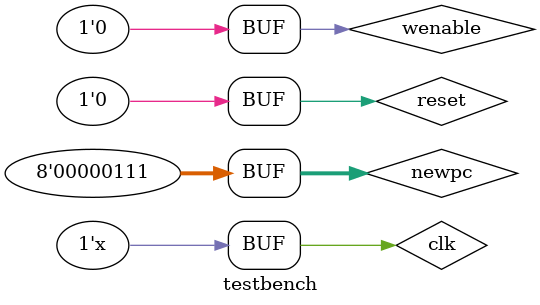
<source format=sv>
module testbench();
// Declare inputs as regs and outputs as wires
reg [7:0] newpc;
reg clk;
reg wenable;
reg reset;


wire [7:0] currentpc;

// Initialize all variables
initial begin        
	clk = 1;       // initial value of clock
	reset = 0;  	// initial value of reset
	wenable = 0;     // initial value of wenable
	
	newpc = 2;      // initial value of newpc



	#10  reset = 1;    // use reset to set pc to 0
	#10  reset = 0;    // end of reset pulse.
	#10      // wait a cycle, make sure the PC doesn't change
	#10  wenable = 1; newpc = 4;    // set wenable high, pc should change
	#10  newpc = 5;   // try a few PC values
	#10  newpc = 7; 
	#10  reset = 1;   //see if reset works when wenable high
	#10  reset = 0; wenable = 0;

 end


// Clock generator
always begin
   #5  clk = ~clk; // Toggle clock every 5 ticks
						// this makes the clock cycle 10 ticks
end

// the following creates an instance of our program_counter register.
//   I copied this code verbatim from the walkthough.v that was
//   generated by Quartus when I created the .v file from the .bdf.

program_counter	b2v_inst(
	.clock(clk),
	.wenable_i(wenable),
	.reset_i(reset),
	.newpc_i(newpc),
	.pc_o(currentpc));


endmodule

</source>
